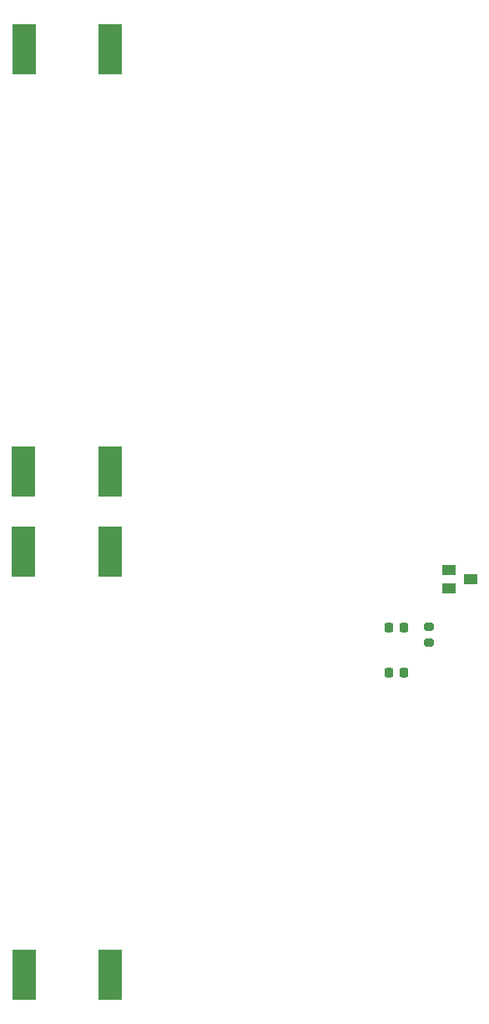
<source format=gbr>
%TF.GenerationSoftware,KiCad,Pcbnew,7.0.9*%
%TF.CreationDate,2023-12-08T23:53:58+01:00*%
%TF.ProjectId,SMPS_V1_data,534d5053-5f56-4315-9f64-6174612e6b69,rev?*%
%TF.SameCoordinates,Original*%
%TF.FileFunction,Paste,Bot*%
%TF.FilePolarity,Positive*%
%FSLAX46Y46*%
G04 Gerber Fmt 4.6, Leading zero omitted, Abs format (unit mm)*
G04 Created by KiCad (PCBNEW 7.0.9) date 2023-12-08 23:53:58*
%MOMM*%
%LPD*%
G01*
G04 APERTURE LIST*
G04 Aperture macros list*
%AMRoundRect*
0 Rectangle with rounded corners*
0 $1 Rounding radius*
0 $2 $3 $4 $5 $6 $7 $8 $9 X,Y pos of 4 corners*
0 Add a 4 corners polygon primitive as box body*
4,1,4,$2,$3,$4,$5,$6,$7,$8,$9,$2,$3,0*
0 Add four circle primitives for the rounded corners*
1,1,$1+$1,$2,$3*
1,1,$1+$1,$4,$5*
1,1,$1+$1,$6,$7*
1,1,$1+$1,$8,$9*
0 Add four rect primitives between the rounded corners*
20,1,$1+$1,$2,$3,$4,$5,0*
20,1,$1+$1,$4,$5,$6,$7,0*
20,1,$1+$1,$6,$7,$8,$9,0*
20,1,$1+$1,$8,$9,$2,$3,0*%
G04 Aperture macros list end*
%ADD10R,2.420000X5.080000*%
%ADD11RoundRect,0.225000X-0.225000X-0.250000X0.225000X-0.250000X0.225000X0.250000X-0.225000X0.250000X0*%
%ADD12R,1.400000X1.000000*%
%ADD13RoundRect,0.200000X0.275000X-0.200000X0.275000X0.200000X-0.275000X0.200000X-0.275000X-0.200000X0*%
G04 APERTURE END LIST*
D10*
%TO.C,J30*%
X82820000Y-80920000D03*
X91580000Y-80920000D03*
%TD*%
%TO.C,J32*%
X82870000Y-131930000D03*
X91630000Y-131930000D03*
%TD*%
%TO.C,J31*%
X91580000Y-89060000D03*
X82820000Y-89060000D03*
%TD*%
%TO.C,J29*%
X91630000Y-38070000D03*
X82870000Y-38070000D03*
%TD*%
D11*
%TO.C,C14*%
X119874000Y-101279000D03*
X121424000Y-101279000D03*
%TD*%
D12*
%TO.C,D2*%
X125970000Y-92752000D03*
X125970000Y-90852000D03*
X128170000Y-91802000D03*
%TD*%
D11*
%TO.C,C15*%
X119861000Y-96694000D03*
X121411000Y-96694000D03*
%TD*%
D13*
%TO.C,R23*%
X123938000Y-98281000D03*
X123938000Y-96631000D03*
%TD*%
M02*

</source>
